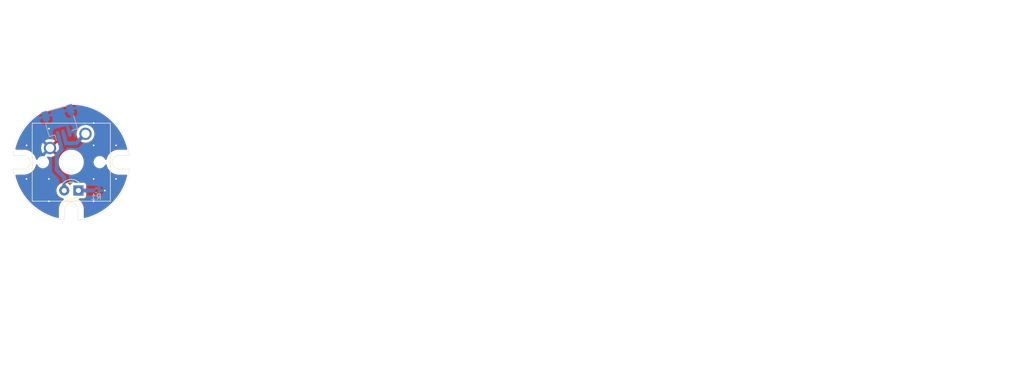
<source format=kicad_pcb>
(kicad_pcb (version 20241229) (generator "pcbnew") (generator_version "9.0")
  (title_block (title "Small Button PCB") (date "2025-04-13") (rev "V1") (company "Geeks For Kids") (comment 1 "Learn Science and Math Club"))
  (layers (0 "F.Cu" signal) (2 "B.Cu" signal) (13 "F.Paste" user) (15 "B.Paste" user) (5 "F.SilkS" user "F.Silkscreen") (7 "B.SilkS" user "B.Silkscreen") (1 "F.Mask" user) (3 "B.Mask" user) (25 "Edge.Cuts" user))
  (net 0 "")
  (net 1 "GND")
  (net 2 "/SW")
  (net 3 "/LED")
  (net 4 "Net-(D1-K)")
  (footprint "MountingHole:MountingHole_2.2mm_M2_DIN965" (layer "F.Cu") (at 91.5 100)
    (property "Reference" "H1" (hide yes))
    (property "Value" "M2" (hide yes))
    (pad "" np_thru_hole circle (at 0 0) (size 2.2 2.2) (drill 2.2) (layers "*.Cu" "*.Mask"))
  )
  (footprint "MountingHole:MountingHole_2.2mm_M2_DIN965" (layer "F.Cu") (at 100 108.5)
    (property "Reference" "H3" (hide yes))
    (property "Value" "M2" (hide yes))
    (pad "" np_thru_hole circle (at 0 0) (size 2.2 2.2) (drill 2.2) (layers "*.Cu" "*.Mask"))
  )
  (footprint "LED_THT:LED_D3.0mm" (layer "F.Cu") (at 101.275 105.08 180)
    (property "Reference" "D1" (hide yes))
    (property "Value" "WHITE" (hide yes))
    (fp_line (start -0.29 1.08) (end -0.29 1.236) (stroke (width 0.12)) (layer "F.SilkS"))
    (fp_line (start -0.29 -1.236) (end -0.29 -1.08) (stroke (width 0.12)) (layer "F.SilkS"))
    (fp_arc (start 2.941397 1.080061) (mid 1.365624 1.987701) (end -0.29 1.235516) (stroke (width 0.12)) (layer "F.SilkS"))
    (fp_arc (start 2.31091 1.080049) (mid 1.269965 1.5) (end 0.229039 1.08) (stroke (width 0.12)) (layer "F.SilkS"))
    (fp_arc (start 0.229039 -1.08) (mid 1.269965 -1.5) (end 2.31091 -1.080049) (stroke (width 0.12)) (layer "F.SilkS"))
    (fp_arc (start -0.29 -1.235516) (mid 1.365624 -1.987701) (end 2.941397 -1.080061) (stroke (width 0.12)) (layer "F.SilkS"))
    (pad "1" thru_hole rect (at 0 0 180) (size 1.8 1.8) (drill 0.9) (layers "*.Cu" "*.Mask") (net 4 "Net-(D1-K)"))
    (pad "2" thru_hole circle (at 2.54 0 180) (size 1.8 1.8) (drill 0.9) (layers "*.Cu" "*.Mask") (net 3 "/LED"))
  )
  (footprint "Button_Switch_Keyboard:SW_Cherry_MX_1.00u_PCB" (layer "F.Cu") (at 102.54 94.92)
    (property "Reference" "SW1" (hide yes))
    (property "Value" "Cherry MX" (hide yes))
    (fp_line (start -9.525 -1.905) (end 4.445 -1.905) (stroke (width 0.12)) (layer "F.SilkS"))
    (fp_line (start -9.525 12.065) (end -9.525 -1.905) (stroke (width 0.12)) (layer "F.SilkS"))
    (fp_line (start 4.445 -1.905) (end 4.445 12.065) (stroke (width 0.12)) (layer "F.SilkS"))
    (fp_line (start 4.445 12.065) (end -9.525 12.065) (stroke (width 0.12)) (layer "F.SilkS"))
    (pad "" np_thru_hole circle (at -7.62 5.08) (size 1.7 1.7) (drill 1.7) (layers "*.Cu" "*.Mask"))
    (pad "" np_thru_hole circle (at -2.54 5.08) (size 4 4) (drill 4) (layers "*.Cu" "*.Mask"))
    (pad "" np_thru_hole circle (at 2.54 5.08) (size 1.7 1.7) (drill 1.7) (layers "*.Cu" "*.Mask"))
    (pad "1" thru_hole circle (at 0 0) (size 2.2 2.2) (drill 1.5) (layers "*.Cu" "*.Mask") (net 2 "/SW"))
    (pad "2" thru_hole circle (at -6.35 2.54) (size 2.2 2.2) (drill 1.5) (layers "*.Cu" "*.Mask") (net 1 "GND"))
  )
  (footprint "MountingHole:MountingHole_2.2mm_M2_DIN965" (layer "F.Cu") (at 108.5 100)
    (property "Reference" "H2" (hide yes))
    (property "Value" "M2" (hide yes))
    (pad "" np_thru_hole circle (at 0 0) (size 2.2 2.2) (drill 2.2) (layers "*.Cu" "*.Mask"))
  )
  (footprint "Connector_JST:JST_SH_SM03B-SRSS-TB_1x03-1MP_P1.00mm_Horizontal" (layer "B.Cu") (at 98.1 93 15.5)
    (property "Reference" "J1" (hide yes))
    (property "Value" "JST SH" (hide yes))
    (fp_line (start -2.61 -0.715) (end -2.61 1.785) (stroke (width 0.12)) (layer "B.SilkS"))
    (fp_line (start -1.44 -2.685001) (end 1.44 -2.685) (stroke (width 0.12)) (layer "B.SilkS"))
    (fp_line (start -2.61 1.785) (end -1.56 1.785) (stroke (width 0.12)) (layer "B.SilkS"))
    (fp_line (start -1.56 1.785) (end -1.56 2.775) (stroke (width 0.12)) (layer "B.SilkS"))
    (fp_line (start 2.61 -0.715) (end 2.61 1.785) (stroke (width 0.12)) (layer "B.SilkS"))
    (fp_line (start 2.61 1.785) (end 1.56 1.785) (stroke (width 0.12)) (layer "B.SilkS"))
    (pad "1" smd roundrect (at -1 2 15.5) (size 0.6 1.55) (layers "B.Cu" "B.Mask" "B.Paste") (net 3 "/LED"))
    (pad "2" smd roundrect (at 0 2 15.5) (size 0.6 1.55) (layers "B.Cu" "B.Mask" "B.Paste") (net 2 "/SW"))
    (pad "3" smd roundrect (at 1 2 15.5) (size 0.6 1.55) (layers "B.Cu" "B.Mask" "B.Paste") (net 1 "GND"))
    (pad "MP" smd roundrect (at -2.3 -1.875 15.5) (size 1.2 1.8) (layers "B.Cu" "B.Mask" "B.Paste") (roundrect_rratio 0.208333) (net 1 "GND"))
    (pad "MP" smd roundrect (at 2.3 -1.875 15.5) (size 1.2 1.8) (layers "B.Cu" "B.Mask" "B.Paste") (roundrect_rratio 0.208333) (net 1 "GND"))
  )
  (footprint "Resistor_SMD:R_0402_1005Metric" (layer "B.Cu") (at 104.45 105.08)
    (property "Reference" "R1" (at 0 1.17 180) (layer "B.SilkS") (effects (justify mirror)))
    (property "Value" "100Ω")
    (fp_line (start -0.153641 -0.38) (end 0.153641 -0.38) (stroke (width 0.12)) (layer "B.SilkS"))
    (fp_line (start -0.153641 0.38) (end 0.153641 0.38) (stroke (width 0.12)) (layer "B.SilkS"))
    (pad "1" smd roundrect (at -0.51 0) (size 0.54 0.64) (layers "B.Cu" "B.Mask" "B.Paste") (net 4 "Net-(D1-K)"))
    (pad "2" smd roundrect (at 0.51 0) (size 0.54 0.64) (layers "B.Cu" "B.Mask" "B.Paste") (net 1 "GND"))
  )
  (gr_arc (start 100 89.530999) (mid 106.965529 92.184541) (end 110.399999 98.8) (stroke (width 0.05)) (layer "Edge.Cuts"))
  (gr_arc (start 98.8 108.5) (mid 100 107.3) (end 101.2 108.5) (stroke (width 0.05)) (layer "Edge.Cuts"))
  (gr_arc (start 98.8 110.399998) (mid 92.597299 107.402701) (end 89.600002 101.2) (stroke (width 0.05)) (layer "Edge.Cuts"))
  (gr_line (start 108.5 101.2) (end 110.4 101.2) (stroke (width 0.05)) (layer "Edge.Cuts"))
  (gr_line (start 94.613743 91.022906) (end 100 89.530999) (stroke (width 0.05)) (layer "Edge.Cuts"))
  (gr_arc (start 110.399999 101.2) (mid 107.402702 107.402702) (end 101.2 110.399999) (stroke (width 0.05)) (layer "Edge.Cuts"))
  (gr_line (start 108.5 98.8) (end 110.4 98.8) (stroke (width 0.05)) (layer "Edge.Cuts"))
  (gr_line (start 91.525 101.2) (end 89.600002 101.2) (stroke (width 0.05)) (layer "Edge.Cuts"))
  (gr_arc (start 108.5 101.2) (mid 107.3 100) (end 108.5 98.8) (stroke (width 0.05)) (layer "Edge.Cuts"))
  (gr_line (start 101.2 108.5) (end 101.2 110.4) (stroke (width 0.05)) (layer "Edge.Cuts"))
  (gr_line (start 91.525 98.8) (end 89.6 98.8) (stroke (width 0.05)) (layer "Edge.Cuts"))
  (gr_arc (start 91.525 98.8) (mid 92.70026 100) (end 91.525 101.2) (stroke (width 0.05)) (layer "Edge.Cuts"))
  (gr_arc (start 89.600001 98.8) (mid 91.201008 94.32746) (end 94.613743 91.022906) (stroke (width 0.05)) (layer "Edge.Cuts"))
  (gr_line (start 98.8 108.5) (end 98.8 110.4) (stroke (width 0.05)) (layer "Edge.Cuts"))
  (via (at 104 97) (size 0.6) (drill 0.3) (layers "F.Cu" "B.Cu") (net 1))
  (via (at 92 97) (size 0.6) (drill 0.3) (layers "F.Cu" "B.Cu") (net 1))
  (via (at 104 93) (size 0.6) (drill 0.3) (layers "F.Cu" "B.Cu") (net 1))
  (via (at 92 103) (size 0.6) (drill 0.3) (layers "F.Cu" "B.Cu") (net 1))
  (via (at 104 103) (size 0.6) (drill 0.3) (layers "F.Cu" "B.Cu") (net 1))
  (via (at 108 97) (size 0.6) (drill 0.3) (layers "F.Cu" "B.Cu") (net 1))
  (via (at 96 94) (size 0.6) (drill 0.3) (layers "F.Cu" "B.Cu") (net 1))
  (via (at 104 107) (size 0.6) (drill 0.3) (layers "F.Cu" "B.Cu") (net 1))
  (via (at 106 105.08) (size 0.6) (drill 0.3) (layers "F.Cu" "B.Cu") (net 1))
  (via (at 96 103) (size 0.6) (drill 0.3) (layers "F.Cu" "B.Cu") (net 1))
  (via (at 96 107) (size 0.6) (drill 0.3) (layers "F.Cu" "B.Cu") (net 1))
  (via (at 108 103) (size 0.6) (drill 0.3) (layers "F.Cu" "B.Cu") (net 1))
  (segment (start 106 105.08) (end 104.96 105.08) (width 0.2032) (layer "B.Cu") (net 1))
  (segment (start 100.86 96.6) (end 102.54 94.92) (width 0.7) (layer "B.Cu") (net 2))
  (segment (start 99.05 96.6) (end 100.86 96.6) (width 0.7) (layer "B.Cu") (net 2))
  (segment (start 98.617638 94.931852) (end 99.05 96.6) (width 0.7) (layer "B.Cu") (net 2))
  (segment (start 97.4 101.4) (end 98.735 102.735) (width 0.7) (layer "B.Cu") (net 3))
  (segment (start 98.25 97.75) (end 97.4 98.6) (width 0.7) (layer "B.Cu") (net 3))
  (segment (start 97.4 98.6) (end 97.4 101.4) (width 0.7) (layer "B.Cu") (net 3))
  (segment (start 98.735 102.735) (end 98.735 105.08) (width 0.7) (layer "B.Cu") (net 3))
  (segment (start 97.670846 95.194499) (end 98.25 97.75) (width 0.7) (layer "B.Cu") (net 3))
  (segment (start 103.94 105.08) (end 101.275 105.08) (width 0.7) (layer "B.Cu") (net 4))
  (zone (net 1) (net_name "GND") (layers "F.Cu" "B.Cu") (connect_pads (clearance 0.5)) (min_thickness 0.25) (fill yes (thermal_gap 0.5) (thermal_bridge_width 0.5) (smoothing fillet) (radius 1))
    (polygon (pts (xy 87.25 87.5) (xy 113 87.5) (xy 113 112.5) (xy 87.25 112.5)))
  )
  (zone (net 0) (net_name "") (layers "F.Cu" "B.Cu" "User.1") (connect_pads (clearance 0)) (min_thickness 0.25)
    (keepout (tracks not_allowed) (vias not_allowed) (pads not_allowed) (copperpour not_allowed) (footprints allowed))
    (fill (thermal_gap 0.5) (thermal_bridge_width 0.5))
    (polygon (pts (arc (start 108.5 102.25) (mid 106.25 100) (end 108.5 97.75)) (xy 111 97.75) (xy 111 102.25)))
  )
  (zone (net 0) (net_name "") (layers "F.Cu" "B.Cu" "User.1") (connect_pads (clearance 0)) (min_thickness 0.25)
    (keepout (tracks not_allowed) (vias not_allowed) (pads not_allowed) (copperpour not_allowed) (footprints allowed))
    (fill (thermal_gap 0.5) (thermal_bridge_width 0.5))
    (polygon (pts (arc (start 102.25 108.5) (mid 100 106.25) (end 97.75 108.5)) (xy 97.75 111) (xy 102.25 111)))
  )
  (zone (net 0) (net_name "") (layers "F.Cu" "B.Cu" "User.1") (connect_pads (clearance 0)) (min_thickness 0.25)
    (keepout (tracks not_allowed) (vias not_allowed) (pads not_allowed) (copperpour not_allowed) (footprints allowed))
    (fill (thermal_gap 0.5) (thermal_bridge_width 0.5))
    (polygon (pts (arc (start 91.5 102.25) (mid 93.75 100) (end 91.5 97.75)) (xy 89 97.75) (xy 89 102.25)))
  )
)
</source>
